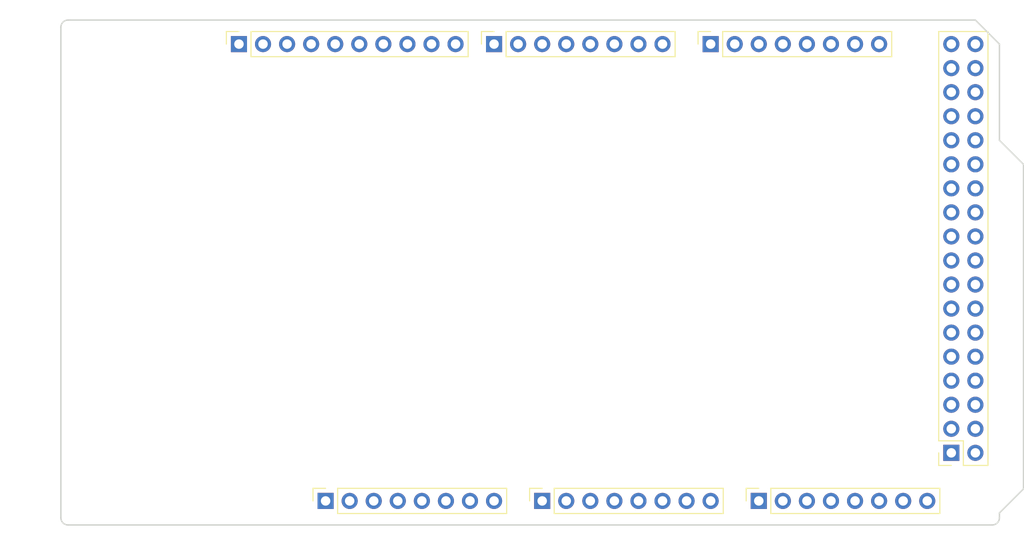
<source format=kicad_pcb>
(kicad_pcb (version 20240108) (generator "pcbnew") (generator_version "8.0")
  (title_block (date "mar. 31 mars 2015"))
  (layers (0 "F.Cu" signal) (31 "B.Cu" signal) (34 "B.Paste" user) (35 "F.Paste" user) (36 "B.SilkS" user "B.Silkscreen") (37 "F.SilkS" user "F.Silkscreen") (38 "B.Mask" user) (39 "F.Mask" user) (44 "Edge.Cuts" user))
  (net 0 "")
  (net 1 "GND")
  (net 2 "/*52")
  (net 3 "/53")
  (net 4 "/50")
  (net 5 "/51")
  (net 6 "/48")
  (net 7 "/49")
  (net 8 "/*46")
  (net 9 "/47")
  (net 10 "/*44")
  (net 11 "/*45")
  (net 12 "/42")
  (net 13 "/43")
  (net 14 "/40")
  (net 15 "/41")
  (net 16 "/38")
  (net 17 "/39")
  (net 18 "/36")
  (net 19 "/37")
  (net 20 "/34")
  (net 21 "/35")
  (net 22 "/32")
  (net 23 "/33")
  (net 24 "/30")
  (net 25 "/31")
  (net 26 "/28")
  (net 27 "/29")
  (net 28 "/26")
  (net 29 "/27")
  (net 30 "/24")
  (net 31 "/25")
  (net 32 "/22")
  (net 33 "/23")
  (net 34 "+5V")
  (net 35 "/IOREF")
  (net 36 "/A0")
  (net 37 "/A1")
  (net 38 "/A2")
  (net 39 "/A3")
  (net 40 "/A4")
  (net 41 "/A5")
  (net 42 "/A6")
  (net 43 "/A7")
  (net 44 "/A8")
  (net 45 "/A9")
  (net 46 "/A10")
  (net 47 "/A11")
  (net 48 "/A12")
  (net 49 "/A13")
  (net 50 "/A14")
  (net 51 "/A15")
  (net 52 "/AREF")
  (net 53 "/*13")
  (net 54 "/*12")
  (net 55 "/*11")
  (net 56 "/*10")
  (net 57 "/*9")
  (net 58 "/*8")
  (net 59 "/*7")
  (net 60 "/*6")
  (net 61 "/*5")
  (net 62 "/*4")
  (net 63 "/*3")
  (net 64 "/*2")
  (net 65 "/TX0{slash}1")
  (net 66 "/RX0{slash}0")
  (net 67 "+3V3")
  (net 68 "/TX3{slash}14")
  (net 69 "/RX3{slash}15")
  (net 70 "/TX2{slash}16")
  (net 71 "/RX2{slash}17")
  (net 72 "/TX1{slash}18")
  (net 73 "/RX1{slash}19")
  (net 74 "/SDA{slash}20")
  (net 75 "/SCL{slash}21")
  (net 76 "VCC")
  (net 77 "/~{RESET}")
  (footprint "Connector_PinSocket_2.54mm:PinSocket_2x18_P2.54mm_Vertical" (layer "F.Cu") (at 193.98 92.38 180)
    (property "Reference" "J7" (hide yes))
    (property "Value" "Digital")
    (fp_line (start 1.33 1.27) (end 1.33 44.51) (stroke (width 0.12)) (layer "F.SilkS"))
    (fp_line (start 1.33 -1.33) (end 1.33 0) (stroke (width 0.12)) (layer "F.SilkS"))
    (fp_line (start 0 -1.33) (end 1.33 -1.33) (stroke (width 0.12)) (layer "F.SilkS"))
    (fp_line (start -1.27 1.27) (end 1.33 1.27) (stroke (width 0.12)) (layer "F.SilkS"))
    (fp_line (start -1.27 -1.33) (end -1.27 1.27) (stroke (width 0.12)) (layer "F.SilkS"))
    (fp_line (start -3.87 44.51) (end 1.33 44.51) (stroke (width 0.12)) (layer "F.SilkS"))
    (fp_line (start -3.87 -1.33) (end -1.27 -1.33) (stroke (width 0.12)) (layer "F.SilkS"))
    (fp_line (start -3.87 -1.33) (end -3.87 44.51) (stroke (width 0.12)) (layer "F.SilkS"))
    (pad "1" thru_hole rect (at 0 0 180) (size 1.7 1.7) (drill 1) (layers "*.Cu" "*.Mask") (net 1 "GND"))
    (pad "2" thru_hole oval (at -2.54 0 180) (size 1.7 1.7) (drill 1) (layers "*.Cu" "*.Mask") (net 1 "GND"))
    (pad "3" thru_hole oval (at 0 2.54 180) (size 1.7 1.7) (drill 1) (layers "*.Cu" "*.Mask") (net 2 "/*52"))
    (pad "4" thru_hole oval (at -2.54 2.54 180) (size 1.7 1.7) (drill 1) (layers "*.Cu" "*.Mask") (net 3 "/53"))
    (pad "5" thru_hole oval (at 0 5.08 180) (size 1.7 1.7) (drill 1) (layers "*.Cu" "*.Mask") (net 4 "/50"))
    (pad "6" thru_hole oval (at -2.54 5.08 180) (size 1.7 1.7) (drill 1) (layers "*.Cu" "*.Mask") (net 5 "/51"))
    (pad "7" thru_hole oval (at 0 7.62 180) (size 1.7 1.7) (drill 1) (layers "*.Cu" "*.Mask") (net 6 "/48"))
    (pad "8" thru_hole oval (at -2.54 7.62 180) (size 1.7 1.7) (drill 1) (layers "*.Cu" "*.Mask") (net 7 "/49"))
    (pad "9" thru_hole oval (at 0 10.16 180) (size 1.7 1.7) (drill 1) (layers "*.Cu" "*.Mask") (net 8 "/*46"))
    (pad "10" thru_hole oval (at -2.54 10.16 180) (size 1.7 1.7) (drill 1) (layers "*.Cu" "*.Mask") (net 9 "/47"))
    (pad "11" thru_hole oval (at 0 12.7 180) (size 1.7 1.7) (drill 1) (layers "*.Cu" "*.Mask") (net 10 "/*44"))
    (pad "12" thru_hole oval (at -2.54 12.7 180) (size 1.7 1.7) (drill 1) (layers "*.Cu" "*.Mask") (net 11 "/*45"))
    (pad "13" thru_hole oval (at 0 15.24 180) (size 1.7 1.7) (drill 1) (layers "*.Cu" "*.Mask") (net 12 "/42"))
    (pad "14" thru_hole oval (at -2.54 15.24 180) (size 1.7 1.7) (drill 1) (layers "*.Cu" "*.Mask") (net 13 "/43"))
    (pad "15" thru_hole oval (at 0 17.78 180) (size 1.7 1.7) (drill 1) (layers "*.Cu" "*.Mask") (net 14 "/40"))
    (pad "16" thru_hole oval (at -2.54 17.78 180) (size 1.7 1.7) (drill 1) (layers "*.Cu" "*.Mask") (net 15 "/41"))
    (pad "17" thru_hole oval (at 0 20.32 180) (size 1.7 1.7) (drill 1) (layers "*.Cu" "*.Mask") (net 16 "/38"))
    (pad "18" thru_hole oval (at -2.54 20.32 180) (size 1.7 1.7) (drill 1) (layers "*.Cu" "*.Mask") (net 17 "/39"))
    (pad "19" thru_hole oval (at 0 22.86 180) (size 1.7 1.7) (drill 1) (layers "*.Cu" "*.Mask") (net 18 "/36"))
    (pad "20" thru_hole oval (at -2.54 22.86 180) (size 1.7 1.7) (drill 1) (layers "*.Cu" "*.Mask") (net 19 "/37"))
    (pad "21" thru_hole oval (at 0 25.4 180) (size 1.7 1.7) (drill 1) (layers "*.Cu" "*.Mask") (net 20 "/34"))
    (pad "22" thru_hole oval (at -2.54 25.4 180) (size 1.7 1.7) (drill 1) (layers "*.Cu" "*.Mask") (net 21 "/35"))
    (pad "23" thru_hole oval (at 0 27.94 180) (size 1.7 1.7) (drill 1) (layers "*.Cu" "*.Mask") (net 22 "/32"))
    (pad "24" thru_hole oval (at -2.54 27.94 180) (size 1.7 1.7) (drill 1) (layers "*.Cu" "*.Mask") (net 23 "/33"))
    (pad "25" thru_hole oval (at 0 30.48 180) (size 1.7 1.7) (drill 1) (layers "*.Cu" "*.Mask") (net 24 "/30"))
    (pad "26" thru_hole oval (at -2.54 30.48 180) (size 1.7 1.7) (drill 1) (layers "*.Cu" "*.Mask") (net 25 "/31"))
    (pad "27" thru_hole oval (at 0 33.02 180) (size 1.7 1.7) (drill 1) (layers "*.Cu" "*.Mask") (net 26 "/28"))
    (pad "28" thru_hole oval (at -2.54 33.02 180) (size 1.7 1.7) (drill 1) (layers "*.Cu" "*.Mask") (net 27 "/29"))
    (pad "29" thru_hole oval (at 0 35.56 180) (size 1.7 1.7) (drill 1) (layers "*.Cu" "*.Mask") (net 28 "/26"))
    (pad "30" thru_hole oval (at -2.54 35.56 180) (size 1.7 1.7) (drill 1) (layers "*.Cu" "*.Mask") (net 29 "/27"))
    (pad "31" thru_hole oval (at 0 38.1 180) (size 1.7 1.7) (drill 1) (layers "*.Cu" "*.Mask") (net 30 "/24"))
    (pad "32" thru_hole oval (at -2.54 38.1 180) (size 1.7 1.7) (drill 1) (layers "*.Cu" "*.Mask") (net 31 "/25"))
    (pad "33" thru_hole oval (at 0 40.64 180) (size 1.7 1.7) (drill 1) (layers "*.Cu" "*.Mask") (net 32 "/22"))
    (pad "34" thru_hole oval (at -2.54 40.64 180) (size 1.7 1.7) (drill 1) (layers "*.Cu" "*.Mask") (net 33 "/23"))
    (pad "35" thru_hole oval (at 0 43.18 180) (size 1.7 1.7) (drill 1) (layers "*.Cu" "*.Mask") (net 34 "+5V"))
    (pad "36" thru_hole oval (at -2.54 43.18 180) (size 1.7 1.7) (drill 1) (layers "*.Cu" "*.Mask") (net 34 "+5V"))
  )
  (footprint "Connector_PinSocket_2.54mm:PinSocket_1x08_P2.54mm_Vertical" (layer "F.Cu") (at 127.94 97.46 90)
    (property "Reference" "J1" (hide yes))
    (property "Value" "Power")
    (fp_line (start 1.33 -1.33) (end 1.33 0) (stroke (width 0.12)) (layer "F.SilkS"))
    (fp_line (start 0 -1.33) (end 1.33 -1.33) (stroke (width 0.12)) (layer "F.SilkS"))
    (fp_line (start 1.33 1.27) (end 1.33 19.11) (stroke (width 0.12)) (layer "F.SilkS"))
    (fp_line (start -1.33 1.27) (end 1.33 1.27) (stroke (width 0.12)) (layer "F.SilkS"))
    (fp_line (start -1.33 1.27) (end -1.33 19.11) (stroke (width 0.12)) (layer "F.SilkS"))
    (fp_line (start -1.33 19.11) (end 1.33 19.11) (stroke (width 0.12)) (layer "F.SilkS"))
    (pad "1" thru_hole rect (at 0 0 90) (size 1.7 1.7) (drill 1) (layers "*.Cu" "*.Mask"))
    (pad "2" thru_hole oval (at 0 2.54 90) (size 1.7 1.7) (drill 1) (layers "*.Cu" "*.Mask") (net 35 "/IOREF"))
    (pad "3" thru_hole oval (at 0 5.08 90) (size 1.7 1.7) (drill 1) (layers "*.Cu" "*.Mask") (net 77 "/~{RESET}"))
    (pad "4" thru_hole oval (at 0 7.62 90) (size 1.7 1.7) (drill 1) (layers "*.Cu" "*.Mask") (net 67 "+3V3"))
    (pad "5" thru_hole oval (at 0 10.16 90) (size 1.7 1.7) (drill 1) (layers "*.Cu" "*.Mask") (net 34 "+5V"))
    (pad "6" thru_hole oval (at 0 12.7 90) (size 1.7 1.7) (drill 1) (layers "*.Cu" "*.Mask") (net 1 "GND"))
    (pad "7" thru_hole oval (at 0 15.24 90) (size 1.7 1.7) (drill 1) (layers "*.Cu" "*.Mask") (net 1 "GND"))
    (pad "8" thru_hole oval (at 0 17.78 90) (size 1.7 1.7) (drill 1) (layers "*.Cu" "*.Mask") (net 76 "VCC"))
  )
  (footprint "Connector_PinSocket_2.54mm:PinSocket_1x08_P2.54mm_Vertical" (layer "F.Cu") (at 150.8 97.46 90)
    (property "Reference" "J3" (hide yes))
    (property "Value" "Analog")
    (fp_line (start 1.33 -1.33) (end 1.33 0) (stroke (width 0.12)) (layer "F.SilkS"))
    (fp_line (start 0 -1.33) (end 1.33 -1.33) (stroke (width 0.12)) (layer "F.SilkS"))
    (fp_line (start 1.33 1.27) (end 1.33 19.11) (stroke (width 0.12)) (layer "F.SilkS"))
    (fp_line (start -1.33 1.27) (end 1.33 1.27) (stroke (width 0.12)) (layer "F.SilkS"))
    (fp_line (start -1.33 1.27) (end -1.33 19.11) (stroke (width 0.12)) (layer "F.SilkS"))
    (fp_line (start -1.33 19.11) (end 1.33 19.11) (stroke (width 0.12)) (layer "F.SilkS"))
    (pad "1" thru_hole rect (at 0 0 90) (size 1.7 1.7) (drill 1) (layers "*.Cu" "*.Mask") (net 36 "/A0"))
    (pad "2" thru_hole oval (at 0 2.54 90) (size 1.7 1.7) (drill 1) (layers "*.Cu" "*.Mask") (net 37 "/A1"))
    (pad "3" thru_hole oval (at 0 5.08 90) (size 1.7 1.7) (drill 1) (layers "*.Cu" "*.Mask") (net 38 "/A2"))
    (pad "4" thru_hole oval (at 0 7.62 90) (size 1.7 1.7) (drill 1) (layers "*.Cu" "*.Mask") (net 39 "/A3"))
    (pad "5" thru_hole oval (at 0 10.16 90) (size 1.7 1.7) (drill 1) (layers "*.Cu" "*.Mask") (net 40 "/A4"))
    (pad "6" thru_hole oval (at 0 12.7 90) (size 1.7 1.7) (drill 1) (layers "*.Cu" "*.Mask") (net 41 "/A5"))
    (pad "7" thru_hole oval (at 0 15.24 90) (size 1.7 1.7) (drill 1) (layers "*.Cu" "*.Mask") (net 42 "/A6"))
    (pad "8" thru_hole oval (at 0 17.78 90) (size 1.7 1.7) (drill 1) (layers "*.Cu" "*.Mask") (net 43 "/A7"))
  )
  (footprint "Connector_PinSocket_2.54mm:PinSocket_1x08_P2.54mm_Vertical" (layer "F.Cu") (at 173.66 97.46 90)
    (property "Reference" "J5" (hide yes))
    (property "Value" "Analog")
    (fp_line (start 1.33 -1.33) (end 1.33 0) (stroke (width 0.12)) (layer "F.SilkS"))
    (fp_line (start 0 -1.33) (end 1.33 -1.33) (stroke (width 0.12)) (layer "F.SilkS"))
    (fp_line (start 1.33 1.27) (end 1.33 19.11) (stroke (width 0.12)) (layer "F.SilkS"))
    (fp_line (start -1.33 1.27) (end 1.33 1.27) (stroke (width 0.12)) (layer "F.SilkS"))
    (fp_line (start -1.33 1.27) (end -1.33 19.11) (stroke (width 0.12)) (layer "F.SilkS"))
    (fp_line (start -1.33 19.11) (end 1.33 19.11) (stroke (width 0.12)) (layer "F.SilkS"))
    (pad "1" thru_hole rect (at 0 0 90) (size 1.7 1.7) (drill 1) (layers "*.Cu" "*.Mask") (net 44 "/A8"))
    (pad "2" thru_hole oval (at 0 2.54 90) (size 1.7 1.7) (drill 1) (layers "*.Cu" "*.Mask") (net 45 "/A9"))
    (pad "3" thru_hole oval (at 0 5.08 90) (size 1.7 1.7) (drill 1) (layers "*.Cu" "*.Mask") (net 46 "/A10"))
    (pad "4" thru_hole oval (at 0 7.62 90) (size 1.7 1.7) (drill 1) (layers "*.Cu" "*.Mask") (net 47 "/A11"))
    (pad "5" thru_hole oval (at 0 10.16 90) (size 1.7 1.7) (drill 1) (layers "*.Cu" "*.Mask") (net 48 "/A12"))
    (pad "6" thru_hole oval (at 0 12.7 90) (size 1.7 1.7) (drill 1) (layers "*.Cu" "*.Mask") (net 49 "/A13"))
    (pad "7" thru_hole oval (at 0 15.24 90) (size 1.7 1.7) (drill 1) (layers "*.Cu" "*.Mask") (net 50 "/A14"))
    (pad "8" thru_hole oval (at 0 17.78 90) (size 1.7 1.7) (drill 1) (layers "*.Cu" "*.Mask") (net 51 "/A15"))
  )
  (footprint "Connector_PinSocket_2.54mm:PinSocket_1x10_P2.54mm_Vertical" (layer "F.Cu") (at 118.796 49.2 90)
    (property "Reference" "J2" (hide yes))
    (property "Value" "PWM")
    (fp_line (start 1.33 -1.33) (end 1.33 0) (stroke (width 0.12)) (layer "F.SilkS"))
    (fp_line (start 0 -1.33) (end 1.33 -1.33) (stroke (width 0.12)) (layer "F.SilkS"))
    (fp_line (start 1.33 1.27) (end 1.33 24.19) (stroke (width 0.12)) (layer "F.SilkS"))
    (fp_line (start -1.33 1.27) (end 1.33 1.27) (stroke (width 0.12)) (layer "F.SilkS"))
    (fp_line (start -1.33 1.27) (end -1.33 24.19) (stroke (width 0.12)) (layer "F.SilkS"))
    (fp_line (start -1.33 24.19) (end 1.33 24.19) (stroke (width 0.12)) (layer "F.SilkS"))
    (pad "1" thru_hole rect (at 0 0 90) (size 1.7 1.7) (drill 1) (layers "*.Cu" "*.Mask") (net 75 "/SCL{slash}21"))
    (pad "2" thru_hole oval (at 0 2.54 90) (size 1.7 1.7) (drill 1) (layers "*.Cu" "*.Mask") (net 74 "/SDA{slash}20"))
    (pad "3" thru_hole oval (at 0 5.08 90) (size 1.7 1.7) (drill 1) (layers "*.Cu" "*.Mask") (net 52 "/AREF"))
    (pad "4" thru_hole oval (at 0 7.62 90) (size 1.7 1.7) (drill 1) (layers "*.Cu" "*.Mask") (net 1 "GND"))
    (pad "5" thru_hole oval (at 0 10.16 90) (size 1.7 1.7) (drill 1) (layers "*.Cu" "*.Mask") (net 53 "/*13"))
    (pad "6" thru_hole oval (at 0 12.7 90) (size 1.7 1.7) (drill 1) (layers "*.Cu" "*.Mask") (net 54 "/*12"))
    (pad "7" thru_hole oval (at 0 15.24 90) (size 1.7 1.7) (drill 1) (layers "*.Cu" "*.Mask") (net 55 "/*11"))
    (pad "8" thru_hole oval (at 0 17.78 90) (size 1.7 1.7) (drill 1) (layers "*.Cu" "*.Mask") (net 56 "/*10"))
    (pad "9" thru_hole oval (at 0 20.32 90) (size 1.7 1.7) (drill 1) (layers "*.Cu" "*.Mask") (net 57 "/*9"))
    (pad "10" thru_hole oval (at 0 22.86 90) (size 1.7 1.7) (drill 1) (layers "*.Cu" "*.Mask") (net 58 "/*8"))
  )
  (footprint "Connector_PinSocket_2.54mm:PinSocket_1x08_P2.54mm_Vertical" (layer "F.Cu") (at 145.72 49.2 90)
    (property "Reference" "J4" (hide yes))
    (property "Value" "PWM")
    (fp_line (start 1.33 -1.33) (end 1.33 0) (stroke (width 0.12)) (layer "F.SilkS"))
    (fp_line (start 0 -1.33) (end 1.33 -1.33) (stroke (width 0.12)) (layer "F.SilkS"))
    (fp_line (start 1.33 1.27) (end 1.33 19.11) (stroke (width 0.12)) (layer "F.SilkS"))
    (fp_line (start -1.33 1.27) (end 1.33 1.27) (stroke (width 0.12)) (layer "F.SilkS"))
    (fp_line (start -1.33 1.27) (end -1.33 19.11) (stroke (width 0.12)) (layer "F.SilkS"))
    (fp_line (start -1.33 19.11) (end 1.33 19.11) (stroke (width 0.12)) (layer "F.SilkS"))
    (pad "1" thru_hole rect (at 0 0 90) (size 1.7 1.7) (drill 1) (layers "*.Cu" "*.Mask") (net 59 "/*7"))
    (pad "2" thru_hole oval (at 0 2.54 90) (size 1.7 1.7) (drill 1) (layers "*.Cu" "*.Mask") (net 60 "/*6"))
    (pad "3" thru_hole oval (at 0 5.08 90) (size 1.7 1.7) (drill 1) (layers "*.Cu" "*.Mask") (net 61 "/*5"))
    (pad "4" thru_hole oval (at 0 7.62 90) (size 1.7 1.7) (drill 1) (layers "*.Cu" "*.Mask") (net 62 "/*4"))
    (pad "5" thru_hole oval (at 0 10.16 90) (size 1.7 1.7) (drill 1) (layers "*.Cu" "*.Mask") (net 63 "/*3"))
    (pad "6" thru_hole oval (at 0 12.7 90) (size 1.7 1.7) (drill 1) (layers "*.Cu" "*.Mask") (net 64 "/*2"))
    (pad "7" thru_hole oval (at 0 15.24 90) (size 1.7 1.7) (drill 1) (layers "*.Cu" "*.Mask") (net 65 "/TX0{slash}1"))
    (pad "8" thru_hole oval (at 0 17.78 90) (size 1.7 1.7) (drill 1) (layers "*.Cu" "*.Mask") (net 66 "/RX0{slash}0"))
  )
  (footprint "Connector_PinSocket_2.54mm:PinSocket_1x08_P2.54mm_Vertical" (layer "F.Cu") (at 168.58 49.2 90)
    (property "Reference" "J6" (hide yes))
    (property "Value" "Communication")
    (fp_line (start 1.33 -1.33) (end 1.33 0) (stroke (width 0.12)) (layer "F.SilkS"))
    (fp_line (start 0 -1.33) (end 1.33 -1.33) (stroke (width 0.12)) (layer "F.SilkS"))
    (fp_line (start 1.33 1.27) (end 1.33 19.11) (stroke (width 0.12)) (layer "F.SilkS"))
    (fp_line (start -1.33 1.27) (end 1.33 1.27) (stroke (width 0.12)) (layer "F.SilkS"))
    (fp_line (start -1.33 1.27) (end -1.33 19.11) (stroke (width 0.12)) (layer "F.SilkS"))
    (fp_line (start -1.33 19.11) (end 1.33 19.11) (stroke (width 0.12)) (layer "F.SilkS"))
    (pad "1" thru_hole rect (at 0 0 90) (size 1.7 1.7) (drill 1) (layers "*.Cu" "*.Mask") (net 68 "/TX3{slash}14"))
    (pad "2" thru_hole oval (at 0 2.54 90) (size 1.7 1.7) (drill 1) (layers "*.Cu" "*.Mask") (net 69 "/RX3{slash}15"))
    (pad "3" thru_hole oval (at 0 5.08 90) (size 1.7 1.7) (drill 1) (layers "*.Cu" "*.Mask") (net 70 "/TX2{slash}16"))
    (pad "4" thru_hole oval (at 0 7.62 90) (size 1.7 1.7) (drill 1) (layers "*.Cu" "*.Mask") (net 71 "/RX2{slash}17"))
    (pad "5" thru_hole oval (at 0 10.16 90) (size 1.7 1.7) (drill 1) (layers "*.Cu" "*.Mask") (net 72 "/TX1{slash}18"))
    (pad "6" thru_hole oval (at 0 12.7 90) (size 1.7 1.7) (drill 1) (layers "*.Cu" "*.Mask") (net 73 "/RX1{slash}19"))
    (pad "7" thru_hole oval (at 0 15.24 90) (size 1.7 1.7) (drill 1) (layers "*.Cu" "*.Mask") (net 74 "/SDA{slash}20"))
    (pad "8" thru_hole oval (at 0 17.78 90) (size 1.7 1.7) (drill 1) (layers "*.Cu" "*.Mask") (net 75 "/SCL{slash}21"))
  )
  (footprint "Arduino_MountingHole:MountingHole_3.2mm" (layer "F.Cu") (at 196.52 97.46)
    (property "Reference" "MH6" (hide yes))
    (property "Value" "MountingHole_3.2mm" (hide yes))
    (pad "" np_thru_hole circle (at 0 0) (size 3.2 3.2) (drill 3.2) (layers "*.Cu" "*.Mask"))
  )
  (footprint "Arduino_MountingHole:MountingHole_3.2mm" (layer "F.Cu") (at 115.24 49.2)
    (property "Reference" "MH1" (hide yes))
    (property "Value" "MountingHole_3.2mm" (hide yes))
    (pad "" np_thru_hole circle (at 0 0) (size 3.2 3.2) (drill 3.2) (layers "*.Cu" "*.Mask"))
  )
  (footprint "Arduino_MountingHole:MountingHole_3.2mm" (layer "F.Cu") (at 113.97 97.46)
    (property "Reference" "MH2" (hide yes))
    (property "Value" "MountingHole_3.2mm" (hide yes))
    (pad "" np_thru_hole circle (at 0 0) (size 3.2 3.2) (drill 3.2) (layers "*.Cu" "*.Mask"))
  )
  (footprint "Arduino_MountingHole:MountingHole_3.2mm" (layer "F.Cu") (at 166.04 64.44)
    (property "Reference" "MH3" (hide yes))
    (property "Value" "MountingHole_3.2mm" (hide yes))
    (pad "" np_thru_hole circle (at 0 0) (size 3.2 3.2) (drill 3.2) (layers "*.Cu" "*.Mask"))
  )
  (footprint "Arduino_MountingHole:MountingHole_3.2mm" (layer "F.Cu") (at 166.04 92.38)
    (property "Reference" "MH4" (hide yes))
    (property "Value" "MountingHole_3.2mm" (hide yes))
    (pad "" np_thru_hole circle (at 0 0) (size 3.2 3.2) (drill 3.2) (layers "*.Cu" "*.Mask"))
  )
  (footprint "Arduino_MountingHole:MountingHole_3.2mm" (layer "F.Cu") (at 190.17 49.2)
    (property "Reference" "MH5" (hide yes))
    (property "Value" "MountingHole_3.2mm" (hide yes))
    (pad "" np_thru_hole circle (at 0 0) (size 3.2 3.2) (drill 3.2) (layers "*.Cu" "*.Mask"))
  )
  (gr_line (start 199.06 59.36) (end 201.6 61.9) (stroke (width 0.15)) (layer "Edge.Cuts"))
  (gr_line (start 100 99.238) (end 100 47.422) (stroke (width 0.15)) (layer "Edge.Cuts"))
  (gr_line (start 201.6 61.9) (end 201.6 96.19) (stroke (width 0.15)) (layer "Edge.Cuts"))
  (gr_line (start 198.298 100) (end 100.762 100) (stroke (width 0.15)) (layer "Edge.Cuts"))
  (gr_line (start 100.762 46.66) (end 196.52 46.66) (stroke (width 0.15)) (layer "Edge.Cuts"))
  (gr_arc (start 100.762 100) (mid 100.223185 99.776815) (end 100 99.238) (stroke (width 0.15)) (layer "Edge.Cuts"))
  (gr_line (start 201.6 96.19) (end 199.06 98.73) (stroke (width 0.15)) (layer "Edge.Cuts"))
  (gr_line (start 196.52 46.66) (end 199.06 49.2) (stroke (width 0.15)) (layer "Edge.Cuts"))
  (gr_arc (start 199.06 99.238) (mid 198.836815 99.776815) (end 198.298 100) (stroke (width 0.15)) (layer "Edge.Cuts"))
  (gr_line (start 199.06 49.2) (end 199.06 59.36) (stroke (width 0.15)) (layer "Edge.Cuts"))
  (gr_line (start 199.06 98.73) (end 199.06 99.238) (stroke (width 0.15)) (layer "Edge.Cuts"))
  (gr_arc (start 100 47.422) (mid 100.223185 46.883185) (end 100.762 46.66) (stroke (width 0.15)) (layer "Edge.Cuts"))
)
</source>
